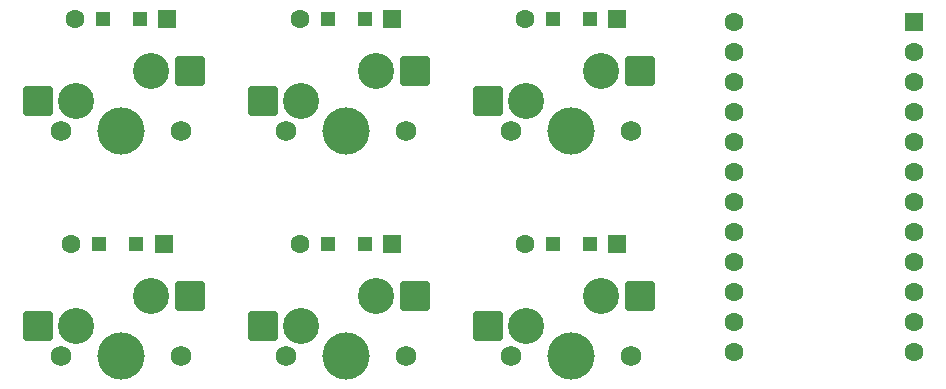
<source format=gbr>
%TF.GenerationSoftware,KiCad,Pcbnew,(6.0.4)*%
%TF.CreationDate,2022-04-16T12:25:48+05:30*%
%TF.ProjectId,another one,616e6f74-6865-4722-906f-6e652e6b6963,rev?*%
%TF.SameCoordinates,Original*%
%TF.FileFunction,Soldermask,Bot*%
%TF.FilePolarity,Negative*%
%FSLAX46Y46*%
G04 Gerber Fmt 4.6, Leading zero omitted, Abs format (unit mm)*
G04 Created by KiCad (PCBNEW (6.0.4)) date 2022-04-16 12:25:48*
%MOMM*%
%LPD*%
G01*
G04 APERTURE LIST*
G04 Aperture macros list*
%AMRoundRect*
0 Rectangle with rounded corners*
0 $1 Rounding radius*
0 $2 $3 $4 $5 $6 $7 $8 $9 X,Y pos of 4 corners*
0 Add a 4 corners polygon primitive as box body*
4,1,4,$2,$3,$4,$5,$6,$7,$8,$9,$2,$3,0*
0 Add four circle primitives for the rounded corners*
1,1,$1+$1,$2,$3*
1,1,$1+$1,$4,$5*
1,1,$1+$1,$6,$7*
1,1,$1+$1,$8,$9*
0 Add four rect primitives between the rounded corners*
20,1,$1+$1,$2,$3,$4,$5,0*
20,1,$1+$1,$4,$5,$6,$7,0*
20,1,$1+$1,$6,$7,$8,$9,0*
20,1,$1+$1,$8,$9,$2,$3,0*%
G04 Aperture macros list end*
%ADD10R,1.200000X1.200000*%
%ADD11R,1.600000X1.600000*%
%ADD12C,1.600000*%
%ADD13C,1.750000*%
%ADD14C,4.000000*%
%ADD15RoundRect,0.250000X-1.025000X-1.000000X1.025000X-1.000000X1.025000X1.000000X-1.025000X1.000000X0*%
%ADD16C,3.050000*%
G04 APERTURE END LIST*
D10*
%TO.C,D6*%
X243693750Y-38100000D03*
X246843750Y-38100000D03*
D11*
X249168750Y-38100000D03*
D12*
X241368750Y-38100000D03*
%TD*%
D10*
%TO.C,D5*%
X243693750Y-19050000D03*
X246843750Y-19050000D03*
D11*
X249168750Y-19050000D03*
D12*
X241368750Y-19050000D03*
%TD*%
D10*
%TO.C,D4*%
X224643750Y-38100000D03*
X227793750Y-38100000D03*
D11*
X230118750Y-38100000D03*
D12*
X222318750Y-38100000D03*
%TD*%
D10*
%TO.C,D3*%
X224643750Y-19050000D03*
X227793750Y-19050000D03*
D11*
X230118750Y-19050000D03*
D12*
X222318750Y-19050000D03*
%TD*%
D10*
%TO.C,D2*%
X205275000Y-38100000D03*
X208425000Y-38100000D03*
D11*
X210750000Y-38100000D03*
D12*
X202950000Y-38100000D03*
%TD*%
%TO.C,U1*%
X259080000Y-19367500D03*
X259080000Y-21907500D03*
X259080000Y-24447500D03*
X259080000Y-26987500D03*
X259080000Y-29527500D03*
X259080000Y-32067500D03*
X259080000Y-34607500D03*
X259080000Y-37147500D03*
X259080000Y-39687500D03*
X259080000Y-42227500D03*
X259080000Y-44767500D03*
X259080000Y-47307500D03*
X274320000Y-47307500D03*
X274320000Y-44767500D03*
X274320000Y-42227500D03*
X274320000Y-39687500D03*
X274320000Y-37147500D03*
X274320000Y-34607500D03*
X274320000Y-32067500D03*
X274320000Y-29527500D03*
X274320000Y-26987500D03*
X274320000Y-24447500D03*
X274320000Y-21907500D03*
D11*
X274320000Y-19367500D03*
%TD*%
D13*
%TO.C,K6*%
X250348750Y-47625000D03*
X240188750Y-47625000D03*
D14*
X245268750Y-47625000D03*
D15*
X251110750Y-42545000D03*
X238183750Y-45085000D03*
D16*
X247808750Y-42545000D03*
X241458750Y-45085000D03*
%TD*%
D13*
%TO.C,K5*%
X250348750Y-28575000D03*
X240188750Y-28575000D03*
D14*
X245268750Y-28575000D03*
D15*
X251110750Y-23495000D03*
X238183750Y-26035000D03*
D16*
X247808750Y-23495000D03*
X241458750Y-26035000D03*
%TD*%
D13*
%TO.C,K4*%
X231298750Y-47625000D03*
X221138750Y-47625000D03*
D14*
X226218750Y-47625000D03*
D15*
X232060750Y-42545000D03*
X219133750Y-45085000D03*
D16*
X228758750Y-42545000D03*
X222408750Y-45085000D03*
%TD*%
D13*
%TO.C,K3*%
X231298750Y-28575000D03*
X221138750Y-28575000D03*
D14*
X226218750Y-28575000D03*
D15*
X232060750Y-23495000D03*
X219133750Y-26035000D03*
D16*
X228758750Y-23495000D03*
X222408750Y-26035000D03*
%TD*%
D13*
%TO.C,K2*%
X212248750Y-47625000D03*
X202088750Y-47625000D03*
D14*
X207168750Y-47625000D03*
D15*
X213010750Y-42545000D03*
X200083750Y-45085000D03*
D16*
X209708750Y-42545000D03*
X203358750Y-45085000D03*
%TD*%
D13*
%TO.C,K1*%
X212248750Y-28575000D03*
X202088750Y-28575000D03*
D14*
X207168750Y-28575000D03*
D15*
X213010750Y-23495000D03*
X200083750Y-26035000D03*
D16*
X209708750Y-23495000D03*
X203358750Y-26035000D03*
%TD*%
D12*
%TO.C,D1*%
X203268750Y-19050000D03*
D11*
X211068750Y-19050000D03*
D10*
X208743750Y-19050000D03*
X205593750Y-19050000D03*
%TD*%
M02*

</source>
